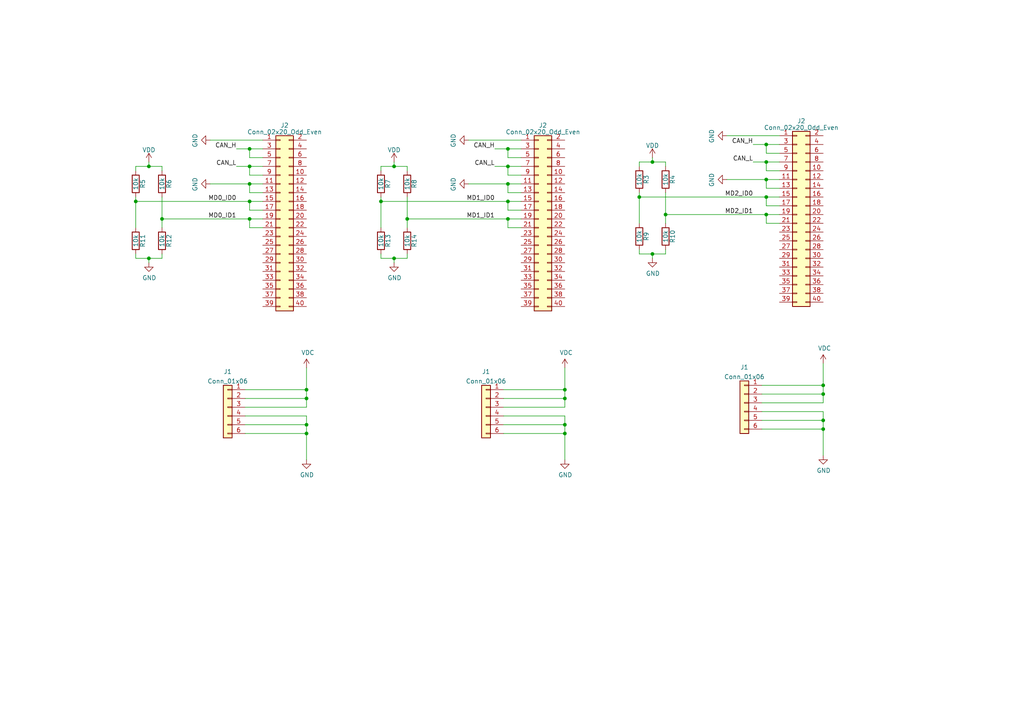
<source format=kicad_sch>
(kicad_sch (version 20230121) (generator eeschema)
  (paper "A4")
  (lib_symbols
    (symbol "Connector_Generic:Conn_01x06" (pin_names (offset 1.016) hide)
      (property "Reference" "J" (at 0 7.62 0))
      (property "Value" "Conn_01x06" (at 0 -10.16 0))
      (symbol "Conn_01x06_1_1"
        (rectangle (start -1.27 -7.493) (end 0 -7.747) (stroke (width 0.1524)))
        (rectangle (start -1.27 -4.953) (end 0 -5.207) (stroke (width 0.1524)))
        (rectangle (start -1.27 -2.413) (end 0 -2.667) (stroke (width 0.1524)))
        (rectangle (start -1.27 0.127) (end 0 -0.127) (stroke (width 0.1524)))
        (rectangle (start -1.27 2.667) (end 0 2.413) (stroke (width 0.1524)))
        (rectangle (start -1.27 5.207) (end 0 4.953) (stroke (width 0.1524)))
        (rectangle (start -1.27 6.35) (end 1.27 -8.89) (stroke (width 0.254)) (fill (type background)))
        (pin passive line (at -5.08 5.08 0) (length 3.81) (name "Pin_1") (number "1"))
        (pin passive line (at -5.08 2.54 0) (length 3.81) (name "Pin_2") (number "2"))
        (pin passive line (at -5.08 0 0) (length 3.81) (name "Pin_3") (number "3"))
        (pin passive line (at -5.08 -2.54 0) (length 3.81) (name "Pin_4") (number "4"))
        (pin passive line (at -5.08 -5.08 0) (length 3.81) (name "Pin_5") (number "5"))
        (pin passive line (at -5.08 -7.62 0) (length 3.81) (name "Pin_6") (number "6"))
      )
    )
    (symbol "Connector_Generic:Conn_02x20_Odd_Even" (pin_names (offset 1.016) hide)
      (property "Reference" "J" (at 1.27 25.4 0))
      (property "Value" "Conn_02x20_Odd_Even" (at 1.27 -27.94 0))
      (symbol "Conn_02x20_Odd_Even_1_1"
        (rectangle (start -1.27 -25.273) (end 0 -25.527) (stroke (width 0.1524)))
        (rectangle (start -1.27 -22.733) (end 0 -22.987) (stroke (width 0.1524)))
        (rectangle (start -1.27 -20.193) (end 0 -20.447) (stroke (width 0.1524)))
        (rectangle (start -1.27 -17.653) (end 0 -17.907) (stroke (width 0.1524)))
        (rectangle (start -1.27 -15.113) (end 0 -15.367) (stroke (width 0.1524)))
        (rectangle (start -1.27 -12.573) (end 0 -12.827) (stroke (width 0.1524)))
        (rectangle (start -1.27 -10.033) (end 0 -10.287) (stroke (width 0.1524)))
        (rectangle (start -1.27 -7.493) (end 0 -7.747) (stroke (width 0.1524)))
        (rectangle (start -1.27 -4.953) (end 0 -5.207) (stroke (width 0.1524)))
        (rectangle (start -1.27 -2.413) (end 0 -2.667) (stroke (width 0.1524)))
        (rectangle (start -1.27 0.127) (end 0 -0.127) (stroke (width 0.1524)))
        (rectangle (start -1.27 2.667) (end 0 2.413) (stroke (width 0.1524)))
        (rectangle (start -1.27 5.207) (end 0 4.953) (stroke (width 0.1524)))
        (rectangle (start -1.27 7.747) (end 0 7.493) (stroke (width 0.1524)))
        (rectangle (start -1.27 10.287) (end 0 10.033) (stroke (width 0.1524)))
        (rectangle (start -1.27 12.827) (end 0 12.573) (stroke (width 0.1524)))
        (rectangle (start -1.27 15.367) (end 0 15.113) (stroke (width 0.1524)))
        (rectangle (start -1.27 17.907) (end 0 17.653) (stroke (width 0.1524)))
        (rectangle (start -1.27 20.447) (end 0 20.193) (stroke (width 0.1524)))
        (rectangle (start -1.27 22.987) (end 0 22.733) (stroke (width 0.1524)))
        (rectangle (start -1.27 24.13) (end 3.81 -26.67) (stroke (width 0.254)) (fill (type background)))
        (rectangle (start 3.81 -25.273) (end 2.54 -25.527) (stroke (width 0.1524)))
        (rectangle (start 3.81 -22.733) (end 2.54 -22.987) (stroke (width 0.1524)))
        (rectangle (start 3.81 -20.193) (end 2.54 -20.447) (stroke (width 0.1524)))
        (rectangle (start 3.81 -17.653) (end 2.54 -17.907) (stroke (width 0.1524)))
        (rectangle (start 3.81 -15.113) (end 2.54 -15.367) (stroke (width 0.1524)))
        (rectangle (start 3.81 -12.573) (end 2.54 -12.827) (stroke (width 0.1524)))
        (rectangle (start 3.81 -10.033) (end 2.54 -10.287) (stroke (width 0.1524)))
        (rectangle (start 3.81 -7.493) (end 2.54 -7.747) (stroke (width 0.1524)))
        (rectangle (start 3.81 -4.953) (end 2.54 -5.207) (stroke (width 0.1524)))
        (rectangle (start 3.81 -2.413) (end 2.54 -2.667) (stroke (width 0.1524)))
        (rectangle (start 3.81 0.127) (end 2.54 -0.127) (stroke (width 0.1524)))
        (rectangle (start 3.81 2.667) (end 2.54 2.413) (stroke (width 0.1524)))
        (rectangle (start 3.81 5.207) (end 2.54 4.953) (stroke (width 0.1524)))
        (rectangle (start 3.81 7.747) (end 2.54 7.493) (stroke (width 0.1524)))
        (rectangle (start 3.81 10.287) (end 2.54 10.033) (stroke (width 0.1524)))
        (rectangle (start 3.81 12.827) (end 2.54 12.573) (stroke (width 0.1524)))
        (rectangle (start 3.81 15.367) (end 2.54 15.113) (stroke (width 0.1524)))
        (rectangle (start 3.81 17.907) (end 2.54 17.653) (stroke (width 0.1524)))
        (rectangle (start 3.81 20.447) (end 2.54 20.193) (stroke (width 0.1524)))
        (rectangle (start 3.81 22.987) (end 2.54 22.733) (stroke (width 0.1524)))
        (pin passive line (at -5.08 22.86 0) (length 3.81) (name "Pin_1") (number "1"))
        (pin passive line (at 7.62 12.7 180) (length 3.81) (name "Pin_10") (number "10"))
        (pin passive line (at -5.08 10.16 0) (length 3.81) (name "Pin_11") (number "11"))
        (pin passive line (at 7.62 10.16 180) (length 3.81) (name "Pin_12") (number "12"))
        (pin passive line (at -5.08 7.62 0) (length 3.81) (name "Pin_13") (number "13"))
        (pin passive line (at 7.62 7.62 180) (length 3.81) (name "Pin_14") (number "14"))
        (pin passive line (at -5.08 5.08 0) (length 3.81) (name "Pin_15") (number "15"))
        (pin passive line (at 7.62 5.08 180) (length 3.81) (name "Pin_16") (number "16"))
        (pin passive line (at -5.08 2.54 0) (length 3.81) (name "Pin_17") (number "17"))
        (pin passive line (at 7.62 2.54 180) (length 3.81) (name "Pin_18") (number "18"))
        (pin passive line (at -5.08 0 0) (length 3.81) (name "Pin_19") (number "19"))
        (pin passive line (at 7.62 22.86 180) (length 3.81) (name "Pin_2") (number "2"))
        (pin passive line (at 7.62 0 180) (length 3.81) (name "Pin_20") (number "20"))
        (pin passive line (at -5.08 -2.54 0) (length 3.81) (name "Pin_21") (number "21"))
        (pin passive line (at 7.62 -2.54 180) (length 3.81) (name "Pin_22") (number "22"))
        (pin passive line (at -5.08 -5.08 0) (length 3.81) (name "Pin_23") (number "23"))
        (pin passive line (at 7.62 -5.08 180) (length 3.81) (name "Pin_24") (number "24"))
        (pin passive line (at -5.08 -7.62 0) (length 3.81) (name "Pin_25") (number "25"))
        (pin passive line (at 7.62 -7.62 180) (length 3.81) (name "Pin_26") (number "26"))
        (pin passive line (at -5.08 -10.16 0) (length 3.81) (name "Pin_27") (number "27"))
        (pin passive line (at 7.62 -10.16 180) (length 3.81) (name "Pin_28") (number "28"))
        (pin passive line (at -5.08 -12.7 0) (length 3.81) (name "Pin_29") (number "29"))
        (pin passive line (at -5.08 20.32 0) (length 3.81) (name "Pin_3") (number "3"))
        (pin passive line (at 7.62 -12.7 180) (length 3.81) (name "Pin_30") (number "30"))
        (pin passive line (at -5.08 -15.24 0) (length 3.81) (name "Pin_31") (number "31"))
        (pin passive line (at 7.62 -15.24 180) (length 3.81) (name "Pin_32") (number "32"))
        (pin passive line (at -5.08 -17.78 0) (length 3.81) (name "Pin_33") (number "33"))
        (pin passive line (at 7.62 -17.78 180) (length 3.81) (name "Pin_34") (number "34"))
        (pin passive line (at -5.08 -20.32 0) (length 3.81) (name "Pin_35") (number "35"))
        (pin passive line (at 7.62 -20.32 180) (length 3.81) (name "Pin_36") (number "36"))
        (pin passive line (at -5.08 -22.86 0) (length 3.81) (name "Pin_37") (number "37"))
        (pin passive line (at 7.62 -22.86 180) (length 3.81) (name "Pin_38") (number "38"))
        (pin passive line (at -5.08 -25.4 0) (length 3.81) (name "Pin_39") (number "39"))
        (pin passive line (at 7.62 20.32 180) (length 3.81) (name "Pin_4") (number "4"))
        (pin passive line (at 7.62 -25.4 180) (length 3.81) (name "Pin_40") (number "40"))
        (pin passive line (at -5.08 17.78 0) (length 3.81) (name "Pin_5") (number "5"))
        (pin passive line (at 7.62 17.78 180) (length 3.81) (name "Pin_6") (number "6"))
        (pin passive line (at -5.08 15.24 0) (length 3.81) (name "Pin_7") (number "7"))
        (pin passive line (at 7.62 15.24 180) (length 3.81) (name "Pin_8") (number "8"))
        (pin passive line (at -5.08 12.7 0) (length 3.81) (name "Pin_9") (number "9"))
      )
    )
    (symbol "Device:R" (pin_numbers hide) (pin_names (offset 0))
      (property "Reference" "R" (at 2.032 0 90))
      (property "Value" "R" (at 0 0 90))
      (symbol "R_0_1"
        (rectangle (start -1.016 -2.54) (end 1.016 2.54) (stroke (width 0.254)))
      )
      (symbol "R_1_1"
        (pin passive line (at 0 3.81 270) (length 1.27) (name "~") (number "1"))
        (pin passive line (at 0 -3.81 90) (length 1.27) (name "~") (number "2"))
      )
    )
    (symbol "power:GND" (power) (pin_names (offset 0))
      (property "Value" "GND" (at 0 -3.81 0))
      (symbol "GND_0_1"
        (polyline (pts (xy 0 0) (xy 0 -1.27) (xy 1.27 -1.27) (xy 0 -2.54) (xy -1.27 -1.27) (xy 0 -1.27)))
      )
      (symbol "GND_1_1"
        (pin power_in line (at 0 0 270) (length 0) hide (name "GND") (number "1"))
      )
    )
    (symbol "power:VDC" (power) (pin_names (offset 0))
      (property "Value" "VDC" (at 0 6.35 0))
      (symbol "VDC_0_1"
        (polyline (pts (xy -0.762 1.27) (xy 0 2.54)))
        (polyline (pts (xy 0 0) (xy 0 2.54)))
        (polyline (pts (xy 0 2.54) (xy 0.762 1.27)))
      )
      (symbol "VDC_1_1"
        (pin power_in line (at 0 0 90) (length 0) hide (name "VDC") (number "1"))
      )
    )
    (symbol "power:VDD" (power) (pin_names (offset 0))
      (property "Value" "VDD" (at 0 3.81 0))
      (symbol "VDD_0_1"
        (polyline (pts (xy -0.762 1.27) (xy 0 2.54)))
        (polyline (pts (xy 0 0) (xy 0 2.54)))
        (polyline (pts (xy 0 2.54) (xy 0.762 1.27)))
      )
      (symbol "VDD_1_1"
        (pin power_in line (at 0 0 90) (length 0) hide (name "VDD") (number "1"))
      )
    )
  )
  (junction (at 88.9 115.57))
  (junction (at 189.23 73.66))
  (junction (at 43.18 74.93))
  (junction (at 222.25 46.99))
  (junction (at 88.9 125.73))
  (junction (at 46.99 63.5))
  (junction (at 163.83 123.19))
  (junction (at 185.42 57.15))
  (junction (at 147.32 58.42))
  (junction (at 72.39 43.18))
  (junction (at 114.3 48.26))
  (junction (at 88.9 123.19))
  (junction (at 163.83 115.57))
  (junction (at 238.76 124.46))
  (junction (at 88.9 113.03))
  (junction (at 163.83 125.73))
  (junction (at 238.76 121.92))
  (junction (at 189.23 46.99))
  (junction (at 147.32 63.5))
  (junction (at 43.18 48.26))
  (junction (at 238.76 111.76))
  (junction (at 72.39 58.42))
  (junction (at 193.04 62.23))
  (junction (at 72.39 48.26))
  (junction (at 147.32 43.18))
  (junction (at 118.11 63.5))
  (junction (at 222.25 62.23))
  (junction (at 222.25 52.07))
  (junction (at 114.3 74.93))
  (junction (at 72.39 63.5))
  (junction (at 147.32 48.26))
  (junction (at 163.83 113.03))
  (junction (at 238.76 114.3))
  (junction (at 39.37 58.42))
  (junction (at 222.25 41.91))
  (junction (at 110.49 58.42))
  (junction (at 72.39 53.34))
  (junction (at 147.32 53.34))
  (junction (at 222.25 57.15))
  (wire (pts (xy 72.39 58.42) (xy 72.39 60.96)))
  (wire (pts (xy 185.42 72.39) (xy 185.42 73.66)))
  (wire (pts (xy 151.13 60.96) (xy 147.32 60.96)))
  (wire (pts (xy 189.23 74.93) (xy 189.23 73.66)))
  (wire (pts (xy 147.32 53.34) (xy 151.13 53.34)))
  (wire (pts (xy 46.99 48.26) (xy 46.99 49.53)))
  (wire (pts (xy 220.98 119.38) (xy 238.76 119.38)))
  (wire (pts (xy 163.83 123.19) (xy 163.83 125.73)))
  (wire (pts (xy 146.05 123.19) (xy 163.83 123.19)))
  (wire (pts (xy 71.12 120.65) (xy 88.9 120.65)))
  (wire (pts (xy 76.2 55.88) (xy 72.39 55.88)))
  (wire (pts (xy 163.83 120.65) (xy 163.83 123.19)))
  (wire (pts (xy 46.99 73.66) (xy 46.99 74.93)))
  (wire (pts (xy 71.12 115.57) (xy 88.9 115.57)))
  (wire (pts (xy 76.2 60.96) (xy 72.39 60.96)))
  (wire (pts (xy 60.96 53.34) (xy 72.39 53.34)))
  (wire (pts (xy 222.25 57.15) (xy 222.25 59.69)))
  (wire (pts (xy 151.13 55.88) (xy 147.32 55.88)))
  (wire (pts (xy 72.39 48.26) (xy 76.2 48.26)))
  (wire (pts (xy 110.49 57.15) (xy 110.49 58.42)))
  (wire (pts (xy 71.12 123.19) (xy 88.9 123.19)))
  (wire (pts (xy 72.39 50.8) (xy 72.39 48.26)))
  (wire (pts (xy 226.06 54.61) (xy 222.25 54.61)))
  (wire (pts (xy 226.06 49.53) (xy 222.25 49.53)))
  (wire (pts (xy 146.05 125.73) (xy 163.83 125.73)))
  (wire (pts (xy 193.04 72.39) (xy 193.04 73.66)))
  (wire (pts (xy 110.49 49.53) (xy 110.49 48.26)))
  (wire (pts (xy 193.04 46.99) (xy 193.04 48.26)))
  (wire (pts (xy 163.83 125.73) (xy 163.83 133.35)))
  (wire (pts (xy 226.06 59.69) (xy 222.25 59.69)))
  (wire (pts (xy 222.25 46.99) (xy 226.06 46.99)))
  (wire (pts (xy 222.25 62.23) (xy 226.06 62.23)))
  (wire (pts (xy 220.98 121.92) (xy 238.76 121.92)))
  (wire (pts (xy 189.23 45.72) (xy 189.23 46.99)))
  (wire (pts (xy 118.11 73.66) (xy 118.11 74.93)))
  (wire (pts (xy 226.06 44.45) (xy 222.25 44.45)))
  (wire (pts (xy 46.99 63.5) (xy 72.39 63.5)))
  (wire (pts (xy 147.32 50.8) (xy 147.32 48.26)))
  (wire (pts (xy 222.25 62.23) (xy 222.25 64.77)))
  (wire (pts (xy 151.13 66.04) (xy 147.32 66.04)))
  (wire (pts (xy 88.9 113.03) (xy 88.9 106.68)))
  (wire (pts (xy 238.76 121.92) (xy 238.76 124.46)))
  (wire (pts (xy 147.32 45.72) (xy 147.32 43.18)))
  (wire (pts (xy 147.32 58.42) (xy 147.32 60.96)))
  (wire (pts (xy 71.12 118.11) (xy 88.9 118.11)))
  (wire (pts (xy 39.37 57.15) (xy 39.37 58.42)))
  (wire (pts (xy 72.39 53.34) (xy 72.39 55.88)))
  (wire (pts (xy 68.58 48.26) (xy 72.39 48.26)))
  (wire (pts (xy 135.89 40.64) (xy 151.13 40.64)))
  (wire (pts (xy 76.2 66.04) (xy 72.39 66.04)))
  (wire (pts (xy 222.25 49.53) (xy 222.25 46.99)))
  (wire (pts (xy 238.76 119.38) (xy 238.76 121.92)))
  (wire (pts (xy 210.82 39.37) (xy 226.06 39.37)))
  (wire (pts (xy 163.83 113.03) (xy 163.83 106.68)))
  (wire (pts (xy 143.51 48.26) (xy 147.32 48.26)))
  (wire (pts (xy 72.39 53.34) (xy 76.2 53.34)))
  (wire (pts (xy 185.42 46.99) (xy 189.23 46.99)))
  (wire (pts (xy 163.83 115.57) (xy 163.83 113.03)))
  (wire (pts (xy 147.32 63.5) (xy 151.13 63.5)))
  (wire (pts (xy 39.37 48.26) (xy 43.18 48.26)))
  (wire (pts (xy 222.25 52.07) (xy 222.25 54.61)))
  (wire (pts (xy 218.44 41.91) (xy 222.25 41.91)))
  (wire (pts (xy 110.49 58.42) (xy 110.49 66.04)))
  (wire (pts (xy 60.96 40.64) (xy 76.2 40.64)))
  (wire (pts (xy 114.3 48.26) (xy 118.11 48.26)))
  (wire (pts (xy 39.37 49.53) (xy 39.37 48.26)))
  (wire (pts (xy 238.76 111.76) (xy 238.76 105.41)))
  (wire (pts (xy 88.9 118.11) (xy 88.9 115.57)))
  (wire (pts (xy 147.32 43.18) (xy 151.13 43.18)))
  (wire (pts (xy 185.42 57.15) (xy 222.25 57.15)))
  (wire (pts (xy 189.23 73.66) (xy 193.04 73.66)))
  (wire (pts (xy 226.06 64.77) (xy 222.25 64.77)))
  (wire (pts (xy 110.49 58.42) (xy 147.32 58.42)))
  (wire (pts (xy 151.13 45.72) (xy 147.32 45.72)))
  (wire (pts (xy 143.51 43.18) (xy 147.32 43.18)))
  (wire (pts (xy 39.37 58.42) (xy 39.37 66.04)))
  (wire (pts (xy 146.05 118.11) (xy 163.83 118.11)))
  (wire (pts (xy 68.58 43.18) (xy 72.39 43.18)))
  (wire (pts (xy 71.12 113.03) (xy 88.9 113.03)))
  (wire (pts (xy 185.42 55.88) (xy 185.42 57.15)))
  (wire (pts (xy 220.98 114.3) (xy 238.76 114.3)))
  (wire (pts (xy 76.2 45.72) (xy 72.39 45.72)))
  (wire (pts (xy 88.9 120.65) (xy 88.9 123.19)))
  (wire (pts (xy 72.39 43.18) (xy 76.2 43.18)))
  (wire (pts (xy 220.98 124.46) (xy 238.76 124.46)))
  (wire (pts (xy 238.76 114.3) (xy 238.76 111.76)))
  (wire (pts (xy 114.3 74.93) (xy 110.49 74.93)))
  (wire (pts (xy 72.39 63.5) (xy 76.2 63.5)))
  (wire (pts (xy 193.04 62.23) (xy 222.25 62.23)))
  (wire (pts (xy 118.11 63.5) (xy 118.11 66.04)))
  (wire (pts (xy 110.49 73.66) (xy 110.49 74.93)))
  (wire (pts (xy 147.32 58.42) (xy 151.13 58.42)))
  (wire (pts (xy 43.18 48.26) (xy 46.99 48.26)))
  (wire (pts (xy 39.37 58.42) (xy 72.39 58.42)))
  (wire (pts (xy 146.05 115.57) (xy 163.83 115.57)))
  (wire (pts (xy 114.3 76.2) (xy 114.3 74.93)))
  (wire (pts (xy 88.9 123.19) (xy 88.9 125.73)))
  (wire (pts (xy 118.11 57.15) (xy 118.11 63.5)))
  (wire (pts (xy 189.23 73.66) (xy 185.42 73.66)))
  (wire (pts (xy 185.42 57.15) (xy 185.42 64.77)))
  (wire (pts (xy 189.23 46.99) (xy 193.04 46.99)))
  (wire (pts (xy 193.04 55.88) (xy 193.04 62.23)))
  (wire (pts (xy 118.11 63.5) (xy 147.32 63.5)))
  (wire (pts (xy 222.25 41.91) (xy 226.06 41.91)))
  (wire (pts (xy 163.83 118.11) (xy 163.83 115.57)))
  (wire (pts (xy 46.99 63.5) (xy 46.99 66.04)))
  (wire (pts (xy 72.39 63.5) (xy 72.39 66.04)))
  (wire (pts (xy 147.32 53.34) (xy 147.32 55.88)))
  (wire (pts (xy 146.05 113.03) (xy 163.83 113.03)))
  (wire (pts (xy 222.25 44.45) (xy 222.25 41.91)))
  (wire (pts (xy 72.39 58.42) (xy 76.2 58.42)))
  (wire (pts (xy 110.49 48.26) (xy 114.3 48.26)))
  (wire (pts (xy 114.3 74.93) (xy 118.11 74.93)))
  (wire (pts (xy 43.18 74.93) (xy 39.37 74.93)))
  (wire (pts (xy 238.76 124.46) (xy 238.76 132.08)))
  (wire (pts (xy 193.04 62.23) (xy 193.04 64.77)))
  (wire (pts (xy 147.32 63.5) (xy 147.32 66.04)))
  (wire (pts (xy 43.18 76.2) (xy 43.18 74.93)))
  (wire (pts (xy 39.37 73.66) (xy 39.37 74.93)))
  (wire (pts (xy 185.42 48.26) (xy 185.42 46.99)))
  (wire (pts (xy 43.18 46.99) (xy 43.18 48.26)))
  (wire (pts (xy 151.13 50.8) (xy 147.32 50.8)))
  (wire (pts (xy 210.82 52.07) (xy 222.25 52.07)))
  (wire (pts (xy 88.9 115.57) (xy 88.9 113.03)))
  (wire (pts (xy 76.2 50.8) (xy 72.39 50.8)))
  (wire (pts (xy 220.98 111.76) (xy 238.76 111.76)))
  (wire (pts (xy 222.25 52.07) (xy 226.06 52.07)))
  (wire (pts (xy 238.76 116.84) (xy 238.76 114.3)))
  (wire (pts (xy 146.05 120.65) (xy 163.83 120.65)))
  (wire (pts (xy 220.98 116.84) (xy 238.76 116.84)))
  (wire (pts (xy 88.9 125.73) (xy 88.9 133.35)))
  (wire (pts (xy 118.11 48.26) (xy 118.11 49.53)))
  (wire (pts (xy 114.3 46.99) (xy 114.3 48.26)))
  (wire (pts (xy 71.12 125.73) (xy 88.9 125.73)))
  (wire (pts (xy 147.32 48.26) (xy 151.13 48.26)))
  (wire (pts (xy 218.44 46.99) (xy 222.25 46.99)))
  (wire (pts (xy 222.25 57.15) (xy 226.06 57.15)))
  (wire (pts (xy 135.89 53.34) (xy 147.32 53.34)))
  (wire (pts (xy 43.18 74.93) (xy 46.99 74.93)))
  (wire (pts (xy 72.39 45.72) (xy 72.39 43.18)))
  (wire (pts (xy 46.99 57.15) (xy 46.99 63.5)))
  (label "MD1_ID1" (at 143.51 63.5 180))
  (label "MD1_ID0" (at 143.51 58.42 180))
  (label "CAN_L" (at 68.58 48.26 180))
  (label "MD0_ID0" (at 68.58 58.42 180))
  (label "MD0_ID1" (at 68.58 63.5 180))
  (label "CAN_L" (at 143.51 48.26 180))
  (label "CAN_H" (at 143.51 43.18 180))
  (label "CAN_H" (at 68.58 43.18 180))
  (label "CAN_H" (at 218.44 41.91 180))
  (label "CAN_L" (at 218.44 46.99 180))
  (label "MD2_ID0" (at 218.44 57.15 180))
  (label "MD2_ID1" (at 218.44 62.23 180))
  (symbol (lib_id "Connector_Generic:Conn_02x20_Odd_Even") (at 231.14 62.23 0) (unit 1)
    (property "Reference" "J2" (at 232.41 35.0901 0))
    (property "Value" "Conn_02x20_Odd_Even" (at 232.41 37.0111 0))
    (instances (project "PAC5527Driver" (path "" (reference "J2") (unit 1))) (project "midplate" (path "" (reference "J6") (unit 1))))
  )
  (symbol (lib_id "power:GND") (at 60.96 53.34 270) (unit 1)
    (property "Reference" "#PWR05" (effects hide))
    (property "Value" "GND" (at 56.5658 53.467 0))
    (instances (project "PAC5527Driver" (path "" (reference "#PWR05") (unit 1))) (project "midplate" (path "" (reference "#PWR013") (unit 1))))
  )
  (symbol (lib_id "Device:R") (at 193.04 68.58 0) (unit 1)
    (property "Reference" "R10" (at 195.072 68.58 90))
    (property "Value" "10k" (at 193.04 68.58 90))
    (property "Footprint" "Resistor_SMD:R_0603_1608Metric_Pad0.98x0.95mm_HandSolder" (effects hide))
  )
  (symbol (lib_id "power:VDC") (at 88.9 106.68 0) (unit 1)
    (property "Reference" "#PWR07" (effects hide))
    (property "Value" "VDC" (at 89.281 102.2858 0))
    (instances (project "PAC5527Driver" (path "" (reference "#PWR07") (unit 1))) (project "midplate" (path "" (reference "#PWR019") (unit 1))))
  )
  (symbol (lib_id "power:GND") (at 88.9 133.35 0) (unit 1)
    (property "Reference" "#PWR08" (effects hide))
    (property "Value" "GND" (at 89.027 137.7442 0))
    (instances (project "PAC5527Driver" (path "" (reference "#PWR08") (unit 1))) (project "midplate" (path "" (reference "#PWR022") (unit 1))))
  )
  (symbol (lib_id "Device:R") (at 110.49 53.34 0) (unit 1)
    (property "Reference" "R7" (at 112.522 53.34 90))
    (property "Value" "10k" (at 110.49 53.34 90))
    (property "Footprint" "Resistor_SMD:R_0603_1608Metric_Pad0.98x0.95mm_HandSolder" (effects hide))
  )
  (symbol (lib_id "power:VDC") (at 163.83 106.68 0) (unit 1)
    (property "Reference" "#PWR07" (effects hide))
    (property "Value" "VDC" (at 164.211 102.2858 0))
    (instances (project "PAC5527Driver" (path "" (reference "#PWR07") (unit 1))) (project "midplate" (path "" (reference "#PWR020") (unit 1))))
  )
  (symbol (lib_id "power:GND") (at 210.82 52.07 270) (unit 1)
    (property "Reference" "#PWR05" (effects hide))
    (property "Value" "GND" (at 206.4258 52.197 0))
    (instances (project "PAC5527Driver" (path "" (reference "#PWR05") (unit 1))) (project "midplate" (path "" (reference "#PWR012") (unit 1))))
  )
  (symbol (lib_id "Connector_Generic:Conn_01x06") (at 215.9 116.84 0) (mirror y) (unit 1)
    (property "Reference" "J1" (at 215.9 106.5235 0))
    (property "Value" "Conn_01x06" (at 215.9 109.2986 0))
    (property "Footprint" "PAC5527Driver:009155006852006-Land" (effects hide))
    (instances (project "PAC5527Driver" (path "" (reference "J1") (unit 1))) (project "midplate" (path "" (reference "J9") (unit 1))))
  )
  (symbol (lib_id "Device:R") (at 46.99 69.85 0) (unit 1)
    (property "Reference" "R12" (at 49.022 69.85 90))
    (property "Value" "10k" (at 46.99 69.85 90))
    (property "Footprint" "Resistor_SMD:R_0603_1608Metric_Pad0.98x0.95mm_HandSolder" (effects hide))
  )
  (symbol (lib_id "power:GND") (at 210.82 39.37 270) (unit 1)
    (property "Reference" "#PWR06" (effects hide))
    (property "Value" "GND" (at 206.4258 39.497 0))
  )
  (symbol (lib_id "Connector_Generic:Conn_01x06") (at 66.04 118.11 0) (mirror y) (unit 1)
    (property "Reference" "J1" (at 66.04 107.7935 0))
    (property "Value" "Conn_01x06" (at 66.04 110.5686 0))
    (property "Footprint" "PAC5527Driver:009155006852006-Land" (effects hide))
    (instances (project "PAC5527Driver" (path "" (reference "J1") (unit 1))) (project "midplate" (path "" (reference "J10") (unit 1))))
  )
  (symbol (lib_id "Device:R") (at 118.11 69.85 0) (unit 1)
    (property "Reference" "R14" (at 120.142 69.85 90))
    (property "Value" "10k" (at 118.11 69.85 90))
    (property "Footprint" "Resistor_SMD:R_0603_1608Metric_Pad0.98x0.95mm_HandSolder" (effects hide))
  )
  (symbol (lib_id "power:GND") (at 43.18 76.2 0) (unit 1)
    (property "Reference" "#PWR08" (effects hide))
    (property "Value" "GND" (at 43.307 80.5942 0))
    (instances (project "PAC5527Driver" (path "" (reference "#PWR08") (unit 1))) (project "midplate" (path "" (reference "#PWR016") (unit 1))))
  )
  (symbol (lib_id "Connector_Generic:Conn_02x20_Odd_Even") (at 81.28 63.5 0) (unit 1)
    (property "Reference" "J2" (at 82.55 36.3601 0))
    (property "Value" "Conn_02x20_Odd_Even" (at 82.55 38.2811 0))
    (instances (project "PAC5527Driver" (path "" (reference "J2") (unit 1))) (project "midplate" (path "" (reference "J7") (unit 1))))
  )
  (symbol (lib_id "power:GND") (at 163.83 133.35 0) (unit 1)
    (property "Reference" "#PWR08" (effects hide))
    (property "Value" "GND" (at 163.957 137.7442 0))
    (instances (project "PAC5527Driver" (path "" (reference "#PWR08") (unit 1))) (project "midplate" (path "" (reference "#PWR023") (unit 1))))
  )
  (symbol (lib_id "power:GND") (at 114.3 76.2 0) (unit 1)
    (property "Reference" "#PWR08" (effects hide))
    (property "Value" "GND" (at 114.427 80.5942 0))
    (instances (project "PAC5527Driver" (path "" (reference "#PWR08") (unit 1))) (project "midplate" (path "" (reference "#PWR017") (unit 1))))
  )
  (symbol (lib_id "Device:R") (at 193.04 52.07 0) (unit 1)
    (property "Reference" "R4" (at 195.072 52.07 90))
    (property "Value" "10k" (at 193.04 52.07 90))
    (property "Footprint" "Resistor_SMD:R_0603_1608Metric_Pad0.98x0.95mm_HandSolder" (effects hide))
  )
  (symbol (lib_id "Connector_Generic:Conn_02x20_Odd_Even") (at 156.21 63.5 0) (unit 1)
    (property "Reference" "J2" (at 157.48 36.3601 0))
    (property "Value" "Conn_02x20_Odd_Even" (at 157.48 38.2811 0))
    (instances (project "PAC5527Driver" (path "" (reference "J2") (unit 1))) (project "midplate" (path "" (reference "J8") (unit 1))))
  )
  (symbol (lib_id "Device:R") (at 39.37 53.34 0) (unit 1)
    (property "Reference" "R5" (at 41.402 53.34 90))
    (property "Value" "10k" (at 39.37 53.34 90))
    (property "Footprint" "Resistor_SMD:R_0603_1608Metric_Pad0.98x0.95mm_HandSolder" (effects hide))
  )
  (symbol (lib_id "power:GND") (at 238.76 132.08 0) (unit 1)
    (property "Reference" "#PWR08" (effects hide))
    (property "Value" "GND" (at 238.887 136.4742 0))
    (instances (project "PAC5527Driver" (path "" (reference "#PWR08") (unit 1))) (project "midplate" (path "" (reference "#PWR021") (unit 1))))
  )
  (symbol (lib_id "power:VDD") (at 43.18 46.99 0) (unit 1)
    (property "Reference" "#PWR010" (effects hide))
    (property "Value" "VDD" (at 43.18 43.4881 0))
  )
  (symbol (lib_id "Device:R") (at 110.49 69.85 0) (unit 1)
    (property "Reference" "R13" (at 112.522 69.85 90))
    (property "Value" "10k" (at 110.49 69.85 90))
    (property "Footprint" "Resistor_SMD:R_0603_1608Metric_Pad0.98x0.95mm_HandSolder" (effects hide))
  )
  (symbol (lib_id "power:GND") (at 135.89 53.34 270) (unit 1)
    (property "Reference" "#PWR05" (effects hide))
    (property "Value" "GND" (at 131.4958 53.467 0))
    (instances (project "PAC5527Driver" (path "" (reference "#PWR05") (unit 1))) (project "midplate" (path "" (reference "#PWR014") (unit 1))))
  )
  (symbol (lib_id "power:VDD") (at 114.3 46.99 0) (unit 1)
    (property "Reference" "#PWR011" (effects hide))
    (property "Value" "VDD" (at 114.3 43.4881 0))
  )
  (symbol (lib_id "power:GND") (at 60.96 40.64 270) (unit 1)
    (property "Reference" "#PWR06" (effects hide))
    (property "Value" "GND" (at 56.5658 40.767 0))
    (instances (project "PAC5527Driver" (path "" (reference "#PWR06") (unit 1))) (project "midplate" (path "" (reference "#PWR07") (unit 1))))
  )
  (symbol (lib_id "Connector_Generic:Conn_01x06") (at 140.97 118.11 0) (mirror y) (unit 1)
    (property "Reference" "J1" (at 140.97 107.7935 0))
    (property "Value" "Conn_01x06" (at 140.97 110.5686 0))
    (property "Footprint" "PAC5527Driver:009155006852006-Land" (effects hide))
    (instances (project "PAC5527Driver" (path "" (reference "J1") (unit 1))) (project "midplate" (path "" (reference "J11") (unit 1))))
  )
  (symbol (lib_id "power:GND") (at 189.23 74.93 0) (unit 1)
    (property "Reference" "#PWR08" (effects hide))
    (property "Value" "GND" (at 189.357 79.3242 0))
    (instances (project "PAC5527Driver" (path "" (reference "#PWR08") (unit 1))) (project "midplate" (path "" (reference "#PWR015") (unit 1))))
  )
  (symbol (lib_id "Device:R") (at 185.42 68.58 0) (unit 1)
    (property "Reference" "R9" (at 187.452 68.58 90))
    (property "Value" "10k" (at 185.42 68.58 90))
    (property "Footprint" "Resistor_SMD:R_0603_1608Metric_Pad0.98x0.95mm_HandSolder" (effects hide))
  )
  (symbol (lib_id "power:VDC") (at 238.76 105.41 0) (unit 1)
    (property "Reference" "#PWR07" (effects hide))
    (property "Value" "VDC" (at 239.141 101.0158 0))
    (instances (project "PAC5527Driver" (path "" (reference "#PWR07") (unit 1))) (project "midplate" (path "" (reference "#PWR018") (unit 1))))
  )
  (symbol (lib_id "Device:R") (at 46.99 53.34 0) (unit 1)
    (property "Reference" "R6" (at 49.022 53.34 90))
    (property "Value" "10k" (at 46.99 53.34 90))
    (property "Footprint" "Resistor_SMD:R_0603_1608Metric_Pad0.98x0.95mm_HandSolder" (effects hide))
  )
  (symbol (lib_id "Device:R") (at 118.11 53.34 0) (unit 1)
    (property "Reference" "R8" (at 120.142 53.34 90))
    (property "Value" "10k" (at 118.11 53.34 90))
    (property "Footprint" "Resistor_SMD:R_0603_1608Metric_Pad0.98x0.95mm_HandSolder" (effects hide))
  )
  (symbol (lib_id "Device:R") (at 39.37 69.85 0) (unit 1)
    (property "Reference" "R11" (at 41.402 69.85 90))
    (property "Value" "10k" (at 39.37 69.85 90))
    (property "Footprint" "Resistor_SMD:R_0603_1608Metric_Pad0.98x0.95mm_HandSolder" (effects hide))
  )
  (symbol (lib_id "power:GND") (at 135.89 40.64 270) (unit 1)
    (property "Reference" "#PWR06" (effects hide))
    (property "Value" "GND" (at 131.4958 40.767 0))
    (instances (project "PAC5527Driver" (path "" (reference "#PWR06") (unit 1))) (project "midplate" (path "" (reference "#PWR08") (unit 1))))
  )
  (symbol (lib_id "Device:R") (at 185.42 52.07 0) (unit 1)
    (property "Reference" "R3" (at 187.452 52.07 90))
    (property "Value" "10k" (at 185.42 52.07 90))
    (property "Footprint" "Resistor_SMD:R_0603_1608Metric_Pad0.98x0.95mm_HandSolder" (effects hide))
  )
  (symbol (lib_id "power:VDD") (at 189.23 45.72 0) (unit 1)
    (property "Reference" "#PWR09" (effects hide))
    (property "Value" "VDD" (at 189.23 42.2181 0))
  )
)
</source>
